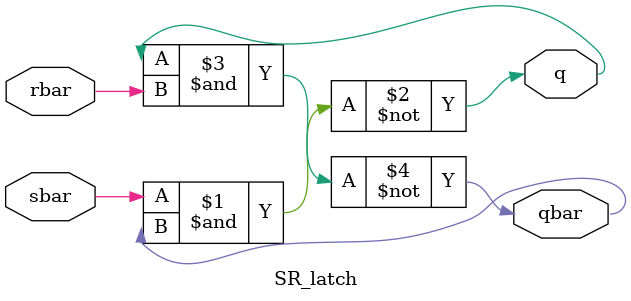
<source format=v>
`include "gate.v"

module SR_latch(q, qbar, sbar, rbar);

    input sbar, rbar;
    output q, qbar;

    nand g0(q, sbar, qbar);
    nand g1(qbar, q, rbar);

endmodule  // nand SR-latch

</source>
